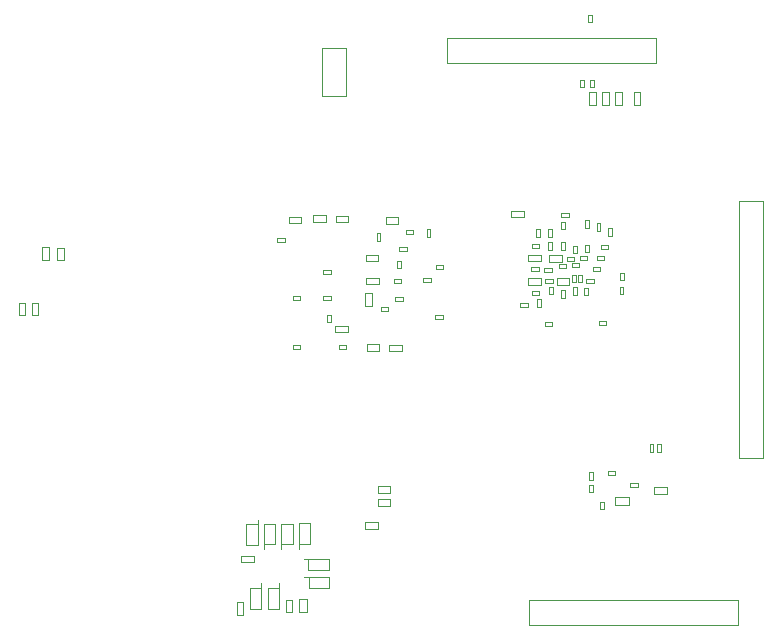
<source format=gbr>
%TF.GenerationSoftware,Altium Limited,Altium Designer,25.7.1 (20)*%
G04 Layer_Color=11065270*
%FSLAX45Y45*%
%MOMM*%
%TF.SameCoordinates,1AA72D45-9F13-4BD8-B423-63960E99F270*%
%TF.FilePolarity,Positive*%
%TF.FileFunction,Other,Bottom_Assembly*%
%TF.Part,Single*%
G01*
G75*
%TA.AperFunction,NonConductor*%
%ADD108C,0.02540*%
D108*
X6919087Y2278431D02*
Y4450436D01*
X6714109D02*
X6919087D01*
X6714109Y2278431D02*
Y4450436D01*
Y2278431D02*
X6919087D01*
X4933721Y866419D02*
X6705727D01*
Y1071397D01*
X4933721D02*
X6705727D01*
X4933721Y866419D02*
Y1071397D01*
X3183052Y5339766D02*
Y5751754D01*
X3388030D01*
Y5339766D02*
Y5751754D01*
X3183052Y5339766D02*
X3388030D01*
X2820695Y1001319D02*
Y1214679D01*
X2724175Y1001319D02*
X2820695D01*
X2724175D02*
Y1176579D01*
X2820695D01*
X2463394Y950087D02*
X2518410D01*
X2463394D02*
Y1055091D01*
X2518410D01*
Y950087D02*
Y1055091D01*
X2499182Y1392911D02*
X2604186D01*
Y1447927D01*
X2499182D02*
X2604186D01*
X2499182Y1392911D02*
Y1447927D01*
X2877083Y1076173D02*
X2932100D01*
Y971169D02*
Y1076173D01*
X2877083Y971169D02*
X2932100D01*
X2877083D02*
Y1076173D01*
X3551199Y1676248D02*
Y1731264D01*
X3656203D01*
Y1676248D02*
Y1731264D01*
X3551199Y1676248D02*
X3656203D01*
X3763696Y1982495D02*
Y2037512D01*
X3658692Y1982495D02*
X3763696D01*
X3658692D02*
Y2037512D01*
X3763696D01*
X3658718Y1926793D02*
X3763721D01*
X3658718Y1871777D02*
Y1926793D01*
Y1871777D02*
X3763721D01*
Y1926793D01*
X5212283Y3938143D02*
Y3993159D01*
X5107280Y3938143D02*
X5212283D01*
X5107280D02*
Y3993159D01*
X5212283D01*
X4930902Y3797021D02*
X5035906D01*
X4930902Y3742004D02*
Y3797021D01*
Y3742004D02*
X5035906D01*
Y3797021D01*
X3111094Y4275303D02*
Y4330319D01*
X3216097D01*
Y4275303D02*
Y4330319D01*
X3111094Y4275303D02*
X3216097D01*
X3753333Y3236824D02*
X3858336D01*
X3753333Y3181807D02*
Y3236824D01*
Y3181807D02*
X3858336D01*
Y3236824D01*
X3562045Y3183890D02*
Y3238906D01*
X3667049D01*
Y3183890D02*
Y3238906D01*
X3562045Y3183890D02*
X3667049D01*
X2902966Y4318635D02*
X3007970D01*
X2902966Y4263619D02*
Y4318635D01*
Y4263619D02*
X3007970D01*
Y4318635D01*
X5998820Y1972996D02*
Y2028012D01*
X6103823D01*
Y1972996D02*
Y2028012D01*
X5998820Y1972996D02*
X6103823D01*
X3557219Y3941013D02*
X3662223D01*
Y3996030D01*
X3557219D02*
X3662223D01*
X3557219Y3941013D02*
Y3996030D01*
X3550234Y3564661D02*
Y3669665D01*
Y3564661D02*
X3605251D01*
Y3669665D01*
X3550234D02*
X3605251D01*
X3558311Y3748507D02*
Y3803523D01*
X3663315D01*
Y3748507D02*
Y3803523D01*
X3558311Y3748507D02*
X3663315D01*
X3299028Y4328719D02*
X3404032D01*
X3299028Y4273702D02*
Y4328719D01*
Y4273702D02*
X3404032D01*
Y4328719D01*
X5035601Y3941902D02*
Y3996919D01*
X4930597Y3941902D02*
X5035601D01*
X4930597D02*
Y3996919D01*
X5035601D01*
X5173421Y3800094D02*
X5278425D01*
X5173421Y3745078D02*
Y3800094D01*
Y3745078D02*
X5278425D01*
Y3800094D01*
X5447132Y5373700D02*
X5502148D01*
Y5268697D02*
Y5373700D01*
X5447132Y5268697D02*
X5502148D01*
X5447132D02*
Y5373700D01*
X3721938Y4258640D02*
X3826942D01*
Y4313657D01*
X3721938D02*
X3826942D01*
X3721938Y4258640D02*
Y4313657D01*
X4892650Y4316425D02*
Y4371442D01*
X4787646Y4316425D02*
X4892650D01*
X4787646D02*
Y4371442D01*
X4892650D01*
X5556783Y5268976D02*
X5611800D01*
X5556783D02*
Y5373980D01*
X5611800D01*
Y5268976D02*
Y5373980D01*
X3297250Y3341116D02*
Y3396132D01*
X3402254D01*
Y3341116D02*
Y3396132D01*
X3297250Y3341116D02*
X3402254D01*
X5878982Y5268189D02*
Y5373192D01*
X5823966D02*
X5878982D01*
X5823966Y5268189D02*
Y5373192D01*
Y5268189D02*
X5878982D01*
X5665292Y5269789D02*
X5720309D01*
X5665292D02*
Y5374792D01*
X5720309D01*
Y5269789D02*
Y5374792D01*
X779602Y3484118D02*
Y3589122D01*
X724586D02*
X779602D01*
X724586Y3484118D02*
Y3589122D01*
Y3484118D02*
X779602D01*
X616687Y3487852D02*
X671703D01*
X616687D02*
Y3592855D01*
X671703D01*
Y3487852D02*
Y3592855D01*
X997788Y3949929D02*
Y4054932D01*
X942772D02*
X997788D01*
X942772Y3949929D02*
Y4054932D01*
Y3949929D02*
X997788D01*
X814070Y3954221D02*
X869086D01*
X814070D02*
Y4059225D01*
X869086D01*
Y3954221D02*
Y4059225D01*
X3031312Y1423594D02*
X3244672D01*
Y1327074D02*
Y1423594D01*
X3069412Y1327074D02*
X3244672D01*
X3069412D02*
Y1423594D01*
X3033344Y1272108D02*
X3246704D01*
Y1175588D02*
Y1272108D01*
X3071444Y1175588D02*
X3246704D01*
X3071444D02*
Y1272108D01*
X2988005Y1509471D02*
Y1722831D01*
X3084525D01*
Y1547571D02*
Y1722831D01*
X2988005Y1547571D02*
X3084525D01*
X2841015Y1508785D02*
Y1722145D01*
X2937535D01*
Y1546885D02*
Y1722145D01*
X2841015Y1546885D02*
X2937535D01*
X2692629Y1508303D02*
Y1721663D01*
X2789149D01*
Y1546403D02*
Y1721663D01*
X2692629Y1546403D02*
X2789149D01*
X2671572Y1001344D02*
Y1214704D01*
X2575052Y1001344D02*
X2671572D01*
X2575052D02*
Y1176604D01*
X2671572D01*
X2638476Y1542694D02*
Y1756054D01*
X2541956Y1542694D02*
X2638476D01*
X2541956D02*
Y1717954D01*
X2638476D01*
X5603011Y2130628D02*
X5666003D01*
Y2163648D01*
X5603011D02*
X5666003D01*
X5603011Y2130628D02*
Y2163648D01*
X5442229Y1986610D02*
Y2049602D01*
Y1986610D02*
X5475249D01*
Y2049602D01*
X5442229D02*
X5475249D01*
X5443017Y2092350D02*
Y2155342D01*
Y2092350D02*
X5476037D01*
Y2155342D01*
X5443017D02*
X5476037D01*
X5568950Y1845005D02*
Y1907997D01*
X5535930D02*
X5568950D01*
X5535930Y1845005D02*
Y1907997D01*
Y1845005D02*
X5568950D01*
X5794629Y2064588D02*
X5857621D01*
X5794629Y2031568D02*
Y2064588D01*
Y2031568D02*
X5857621D01*
Y2064588D01*
X5210353Y4353103D02*
X5273345D01*
X5210353Y4320083D02*
Y4353103D01*
Y4320083D02*
X5273345D01*
Y4353103D01*
X5637124Y4158666D02*
Y4221658D01*
X5604104D02*
X5637124D01*
X5604104Y4158666D02*
Y4221658D01*
Y4158666D02*
X5637124D01*
X5543652Y4049293D02*
X5606644D01*
Y4082313D01*
X5543652D02*
X5606644D01*
X5543652Y4049293D02*
Y4082313D01*
X5441671Y4224884D02*
Y4287876D01*
X5408651D02*
X5441671D01*
X5408651Y4224884D02*
Y4287876D01*
Y4224884D02*
X5441671D01*
X5541569Y4202125D02*
Y4265117D01*
X5508549D02*
X5541569D01*
X5508549Y4202125D02*
Y4265117D01*
Y4202125D02*
X5541569D01*
X5455768Y5414493D02*
Y5477485D01*
Y5414493D02*
X5488788D01*
Y5477485D01*
X5455768D02*
X5488788D01*
X5133289Y4152113D02*
Y4215105D01*
X5100269D02*
X5133289D01*
X5100269Y4152113D02*
Y4215105D01*
Y4152113D02*
X5133289D01*
X5237505Y3632860D02*
Y3695852D01*
X5204485D02*
X5237505D01*
X5204485Y3632860D02*
Y3695852D01*
Y3632860D02*
X5237505D01*
X5420893Y3790696D02*
X5483885D01*
X5420893Y3757676D02*
Y3790696D01*
Y3757676D02*
X5483885D01*
Y3790696D01*
X5028997Y4150868D02*
Y4213860D01*
X4995977D02*
X5028997D01*
X4995977Y4150868D02*
Y4213860D01*
Y4150868D02*
X5028997D01*
X5003698Y3557041D02*
Y3620033D01*
Y3557041D02*
X5036718D01*
Y3620033D01*
X5003698D02*
X5036718D01*
X5478628Y3857142D02*
X5541620D01*
Y3890162D01*
X5478628D02*
X5541620D01*
X5478628Y3857142D02*
Y3890162D01*
X5206746Y4041242D02*
Y4104234D01*
Y4041242D02*
X5239766D01*
Y4104234D01*
X5206746D02*
X5239766D01*
X5100269Y4040505D02*
Y4103497D01*
Y4040505D02*
X5133289D01*
Y4103497D01*
X5100269D02*
X5133289D01*
X5435016Y3655238D02*
Y3718230D01*
X5401996D02*
X5435016D01*
X5401996Y3655238D02*
Y3718230D01*
Y3655238D02*
X5435016D01*
X5990158Y2331314D02*
Y2394306D01*
X5957138D02*
X5990158D01*
X5957138Y2331314D02*
Y2394306D01*
Y2331314D02*
X5990158D01*
X5511546Y3952240D02*
X5574538D01*
Y3985260D01*
X5511546D02*
X5574538D01*
X5511546Y3952240D02*
Y3985260D01*
X5309972Y4011295D02*
Y4074287D01*
Y4011295D02*
X5342992D01*
Y4074287D01*
X5309972D02*
X5342992D01*
X5408447Y4016832D02*
Y4079824D01*
Y4016832D02*
X5441467D01*
Y4079824D01*
X5408447D02*
X5441467D01*
X5296484Y3928313D02*
X5359476D01*
X5296484Y3895293D02*
Y3928313D01*
Y3895293D02*
X5359476D01*
Y3928313D01*
X5353812Y3763823D02*
Y3826815D01*
Y3763823D02*
X5386832D01*
Y3826815D01*
X5353812D02*
X5386832D01*
X5365242Y3951351D02*
X5428234D01*
Y3984371D01*
X5365242D02*
X5428234D01*
X5365242Y3951351D02*
Y3984371D01*
X5256784Y3948735D02*
X5319776D01*
Y3981755D01*
X5256784D02*
X5319776D01*
X5256784Y3948735D02*
Y3981755D01*
X5304434Y3764077D02*
Y3827069D01*
Y3764077D02*
X5337454D01*
Y3827069D01*
X5304434D02*
X5337454D01*
X5070526Y3396107D02*
X5133518D01*
Y3429127D01*
X5070526D02*
X5133518D01*
X5070526Y3396107D02*
Y3429127D01*
X5342585Y3658464D02*
Y3721456D01*
X5309565D02*
X5342585D01*
X5309565Y3658464D02*
Y3721456D01*
Y3658464D02*
X5342585D01*
X5741975Y3782593D02*
Y3845585D01*
X5708955D02*
X5741975D01*
X5708955Y3782593D02*
Y3845585D01*
Y3782593D02*
X5741975D01*
X5526837Y3404362D02*
X5589829D01*
Y3437382D01*
X5526837D02*
X5589829D01*
X5526837Y3404362D02*
Y3437382D01*
X5140274Y3664179D02*
Y3727171D01*
X5107254D02*
X5140274D01*
X5107254Y3664179D02*
Y3727171D01*
Y3664179D02*
X5140274D01*
X4959375Y3687572D02*
X5022367D01*
X4959375Y3654552D02*
Y3687572D01*
Y3654552D02*
X5022367D01*
Y3687572D01*
X5064912Y3850792D02*
X5127904D01*
Y3883812D01*
X5064912D02*
X5127904D01*
X5064912Y3850792D02*
Y3883812D01*
X4961611Y4085793D02*
X5024603D01*
X4961611Y4052773D02*
Y4085793D01*
Y4052773D02*
X5024603D01*
Y4085793D01*
X4955667Y3890162D02*
X5018659D01*
X4955667Y3857142D02*
Y3890162D01*
Y3857142D02*
X5018659D01*
Y3890162D01*
X3681349Y3553663D02*
X3744341D01*
X3681349Y3520643D02*
Y3553663D01*
Y3520643D02*
X3744341D01*
Y3553663D01*
X3892271Y4176039D02*
X3955263D01*
Y4209059D01*
X3892271D02*
X3955263D01*
X3892271Y4176039D02*
Y4209059D01*
X3852113Y3883457D02*
Y3946449D01*
X3819093D02*
X3852113D01*
X3819093Y3883457D02*
Y3946449D01*
Y3883457D02*
X3852113D01*
X3804895Y3638220D02*
X3867887D01*
X3804895Y3605200D02*
Y3638220D01*
Y3605200D02*
X3867887D01*
Y3638220D01*
X3196234Y3869538D02*
X3259226D01*
X3196234Y3836518D02*
Y3869538D01*
Y3836518D02*
X3259226D01*
Y3869538D01*
X3646195Y4115562D02*
Y4178554D01*
Y4115562D02*
X3679215D01*
Y4178554D01*
X3646195D02*
X3679215D01*
X3325774Y3235300D02*
X3388766D01*
X3325774Y3202280D02*
Y3235300D01*
Y3202280D02*
X3388766D01*
Y3235300D01*
X3193999Y3648100D02*
X3256991D01*
X3193999Y3615080D02*
Y3648100D01*
Y3615080D02*
X3256991D01*
Y3648100D01*
X3789985Y3788258D02*
X3852977D01*
X3789985Y3755238D02*
Y3788258D01*
Y3755238D02*
X3852977D01*
Y3788258D01*
X4102075Y4149471D02*
Y4212463D01*
X4069055D02*
X4102075D01*
X4069055Y4149471D02*
Y4212463D01*
Y4149471D02*
X4102075D01*
X4041699Y3765220D02*
X4104691D01*
Y3798240D01*
X4041699D02*
X4104691D01*
X4041699Y3765220D02*
Y3798240D01*
X4141597Y3453435D02*
X4204589D01*
Y3486455D01*
X4141597D02*
X4204589D01*
X4141597Y3453435D02*
Y3486455D01*
X2803957Y4136187D02*
X2866949D01*
X2803957Y4103167D02*
Y4136187D01*
Y4103167D02*
X2866949D01*
Y4136187D01*
X2935453Y3651758D02*
X2998445D01*
X2935453Y3618738D02*
Y3651758D01*
Y3618738D02*
X2998445D01*
Y3651758D01*
X3839413Y4059479D02*
X3902405D01*
X3839413Y4026459D02*
Y4059479D01*
Y4026459D02*
X3902405D01*
Y4059479D01*
X2937027Y3231667D02*
X3000019D01*
X2937027Y3198647D02*
Y3231667D01*
Y3198647D02*
X3000019D01*
Y3231667D01*
X6055716Y2331187D02*
Y2394179D01*
X6022696D02*
X6055716D01*
X6022696Y2331187D02*
Y2394179D01*
Y2331187D02*
X6055716D01*
X5736438Y3665093D02*
Y3728085D01*
X5703418D02*
X5736438D01*
X5703418Y3665093D02*
Y3728085D01*
Y3665093D02*
X5736438D01*
X5073802Y3757270D02*
X5136794D01*
Y3790290D01*
X5073802D02*
X5136794D01*
X5073802Y3757270D02*
Y3790290D01*
X5208524Y4215257D02*
Y4278249D01*
Y4215257D02*
X5241544D01*
Y4278249D01*
X5208524D02*
X5241544D01*
X5436667Y5966917D02*
Y6029909D01*
Y5966917D02*
X5469687D01*
Y6029909D01*
X5436667D02*
X5469687D01*
X3225698Y3425215D02*
Y3488207D01*
Y3425215D02*
X3258718D01*
Y3488207D01*
X3225698D02*
X3258718D01*
X5188280Y3887038D02*
X5251272D01*
Y3920058D01*
X5188280D02*
X5251272D01*
X5188280Y3887038D02*
Y3920058D01*
X4149115Y3876573D02*
X4212107D01*
Y3909593D01*
X4149115D02*
X4212107D01*
X4149115Y3876573D02*
Y3909593D01*
X5365394Y5413832D02*
Y5476824D01*
Y5413832D02*
X5398414D01*
Y5476824D01*
X5365394D02*
X5398414D01*
X4863465Y3586963D02*
X4926457D01*
X4863465Y3553943D02*
Y3586963D01*
Y3553943D02*
X4926457D01*
Y3586963D01*
X4241851Y5830316D02*
X6013856D01*
X4241851Y5625338D02*
Y5830316D01*
Y5625338D02*
X6013856D01*
Y5830316D01*
X3052877Y970712D02*
Y1085723D01*
X2987853D02*
X3052877D01*
X2987853Y970712D02*
Y1085723D01*
Y970712D02*
X3052877D01*
X5666969Y1878254D02*
X5781980D01*
Y1943278D01*
X5666969D02*
X5781980D01*
X5666969Y1878254D02*
Y1943278D01*
%TF.MD5,15ecd8b1b5eb1aedfeb465e25378e3b9*%
M02*

</source>
